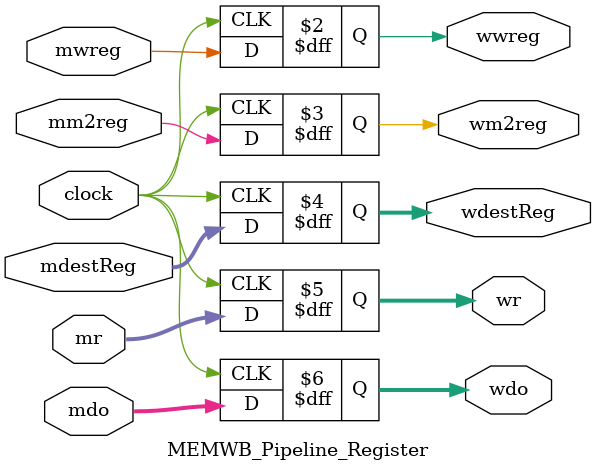
<source format=v>
`timescale 1ns / 1ps

module MEMWB_Pipeline_Register(
    
    input clock, mwreg, mm2reg,
    input [4:0] mdestReg,
    input [31:0] mr, mdo,
    output reg wwreg, wm2reg,
    output reg [4:0] wdestReg,
    output reg [31:0] wr, wdo
    );
    always@(posedge clock) begin
        wwreg = mwreg;
        wm2reg = mm2reg;
        wdestReg = mdestReg;
        wr = mr;
        wdo =mdo;
    end
endmodule

</source>
